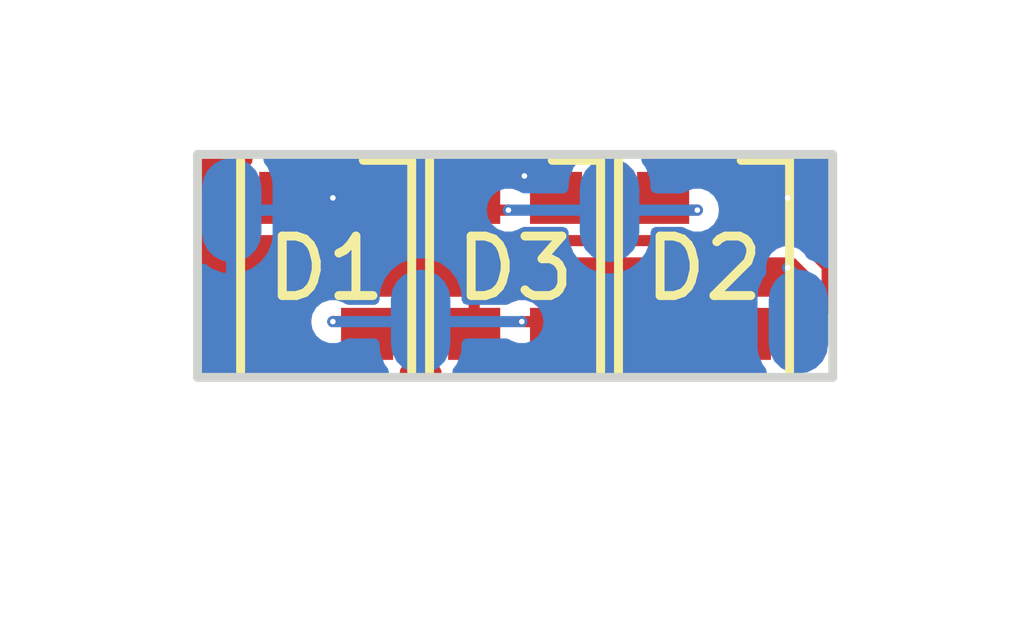
<source format=kicad_pcb>
(kicad_pcb (version 20221018) (generator pcbnew)
  (layers (0 "F.Cu" signal) (31 "B.Cu" signal) (34 "B.Paste" user) (35 "F.Paste" user) (36 "B.SilkS" user "B.Silkscreen") (37 "F.SilkS" user "F.Silkscreen") (38 "B.Mask" user) (39 "F.Mask" user) (44 "Edge.Cuts" user))
  (net 0 "")
  (net 1 "+5V")
  (net 2 "Net-(D1-DOUT)")
  (net 3 "GND")
  (net 4 "/DI")
  (net 5 "/DO")
  (footprint "LED_SMD:LED_WS2812B-2020_PLCC4_2.0x2.0mm" (layer "F.Cu") (at 47.46 50 -90)
    (fp_text reference "D1" (at 0.035 0) (layer "F.SilkS") (effects (font (size 0.8 0.8) (thickness 0.12))))
    (fp_text value "WS2812B")
    (fp_line (start -1.42 -1.15) (end -1.42 -0.5) (stroke (width 0.12)) (layer "F.SilkS"))
    (fp_line (start -1.42 -1.15) (end 1.42 -1.15) (stroke (width 0.12)) (layer "F.SilkS"))
    (fp_line (start -1.42 1.15) (end 1.42 1.15) (stroke (width 0.12)) (layer "F.SilkS"))
    (pad "1" smd rect (at -0.915 -0.55 270) (size 0.7 0.7) (layers "F.Cu" "F.Paste" "F.Mask") (net 1 "+5V"))
    (pad "2" smd rect (at -0.915 0.55 270) (size 0.7 0.7) (layers "F.Cu" "F.Paste" "F.Mask") (net 2 "Net-(D1-DOUT)"))
    (pad "3" smd rect (at 0.915 0.55 270) (size 0.7 0.7) (layers "F.Cu" "F.Paste" "F.Mask") (net 3 "GND"))
    (pad "4" smd rect (at 0.915 -0.55 270) (size 0.7 0.7) (layers "F.Cu" "F.Paste" "F.Mask") (net 4 "/DI"))
  )
  (footprint "AETTech_Library:PB86-XX-LEDCarrier" (layer "F.Cu") (at 50 50)
    (fp_text reference "J1" hide)
    (fp_text value "Conn_01x04_Pin")
    (fp_line (start -4.27 -1.5) (end -4.27 1.5) (stroke (width 0.12)) (layer "Edge.Cuts"))
    (fp_line (start 4.27 -1.5) (end -4.27 -1.5) (stroke (width 0.12)) (layer "Edge.Cuts"))
    (fp_line (start 4.27 -1.5) (end 4.27 1.5) (stroke (width 0.12)) (layer "Edge.Cuts"))
    (fp_line (start 4.27 1.5) (end -4.27 1.5) (stroke (width 0.12)) (layer "Edge.Cuts"))
    (pad "1" smd roundrect (at -3.81 -0.75) (size 0.8 1.4) (layers "B.Cu" "B.Paste" "B.Mask") (roundrect_rratio 0.5) (net 1 "+5V"))
    (pad "2" smd roundrect (at -1.27 0.75) (size 0.8 1.4) (layers "B.Cu" "B.Paste" "B.Mask") (roundrect_rratio 0.5) (net 4 "/DI"))
    (pad "3" smd roundrect (at 1.27 -0.75) (size 0.8 1.4) (layers "B.Cu" "B.Paste" "B.Mask") (roundrect_rratio 0.5) (net 5 "/DO"))
    (pad "4" smd roundrect (at 3.81 0.75) (size 0.8 1.4) (layers "B.Cu" "B.Paste" "B.Mask") (roundrect_rratio 0.5) (net 3 "GND"))
  )
  (footprint "LED_SMD:LED_WS2812B-2020_PLCC4_2.0x2.0mm" (layer "F.Cu") (at 52.54 50 -90)
    (fp_text reference "D2" (at 0.035 0) (layer "F.SilkS") (effects (font (size 0.8 0.8) (thickness 0.12))))
    (fp_text value "WS2812B")
    (fp_line (start -1.42 -1.15) (end -1.42 -0.5) (stroke (width 0.12)) (layer "F.SilkS"))
    (fp_line (start -1.42 -1.15) (end 1.42 -1.15) (stroke (width 0.12)) (layer "F.SilkS"))
    (fp_line (start -1.42 1.15) (end 1.42 1.15) (stroke (width 0.12)) (layer "F.SilkS"))
    (pad "1" smd rect (at -0.915 -0.55 270) (size 0.7 0.7) (layers "F.Cu" "F.Paste" "F.Mask") (net 1 "+5V"))
    (pad "2" smd rect (at -0.915 0.55 270) (size 0.7 0.7) (layers "F.Cu" "F.Paste" "F.Mask") (net 5 "/DO"))
    (pad "3" smd rect (at 0.915 0.55 270) (size 0.7 0.7) (layers "F.Cu" "F.Paste" "F.Mask") (net 3 "GND"))
    (pad "4" smd rect (at 0.915 -0.55 270) (size 0.7 0.7) (layers "F.Cu" "F.Paste" "F.Mask") (net 2 "Net-(D1-DOUT)"))
  )
  (footprint "LED_SMD:LED_WS2812B-2020_PLCC4_2.0x2.0mm" (layer "F.Cu") (at 50 50 -90)
    (fp_text reference "D3" (at 0.035 0) (layer "F.SilkS") (effects (font (size 0.8 0.8) (thickness 0.12))))
    (fp_text value "WS2812B")
    (fp_line (start -1.42 -1.15) (end -1.42 -0.5) (stroke (width 0.12)) (layer "F.SilkS"))
    (fp_line (start -1.42 -1.15) (end 1.42 -1.15) (stroke (width 0.12)) (layer "F.SilkS"))
    (fp_line (start -1.42 1.15) (end 1.42 1.15) (stroke (width 0.12)) (layer "F.SilkS"))
    (pad "1" smd rect (at -0.915 -0.55 270) (size 0.7 0.7) (layers "F.Cu" "F.Paste" "F.Mask") (net 1 "+5V"))
    (pad "2" smd rect (at -0.915 0.55 270) (size 0.7 0.7) (layers "F.Cu" "F.Paste" "F.Mask") (net 5 "/DO"))
    (pad "3" smd rect (at 0.915 0.55 270) (size 0.7 0.7) (layers "F.Cu" "F.Paste" "F.Mask") (net 3 "GND"))
    (pad "4" smd rect (at 0.915 -0.55 270) (size 0.7 0.7) (layers "F.Cu" "F.Paste" "F.Mask") (net 4 "/DI"))
  )
  (segment (start 53.665 49.085) (end 53.09 49.085) (width 0.15) (layer "F.Cu") (net 1))
  (segment (start 50.42 49.085) (end 50.125 48.79) (width 0.15) (layer "F.Cu") (net 1))
  (segment (start 50.55 49.085) (end 50.42 49.085) (width 0.15) (layer "F.Cu") (net 1))
  (segment (start 47.55 49.085) (end 48.01 49.085) (width 0.15) (layer "F.Cu") (net 1))
  (via (at 53.665 49.085) (size 0.15) (drill 0.075) (layers "F.Cu" "B.Cu") (net 1))
  (via (at 50.125 48.79) (size 0.15) (drill 0.075) (layers "F.Cu" "B.Cu") (net 1))
  (via (at 47.55 49.085) (size 0.15) (drill 0.075) (layers "F.Cu" "B.Cu") (net 1))
  (segment (start 53.845 49.66) (end 54.195 50.01) (width 0.15) (layer "F.Cu") (net 2))
  (segment (start 54.195 50.565) (end 53.845 50.915) (width 0.15) (layer "F.Cu") (net 2))
  (segment (start 47.485 49.66) (end 53.845 49.66) (width 0.15) (layer "F.Cu") (net 2))
  (segment (start 53.845 50.915) (end 53.09 50.915) (width 0.15) (layer "F.Cu") (net 2))
  (segment (start 46.91 49.085) (end 47.485 49.66) (width 0.15) (layer "F.Cu") (net 2))
  (segment (start 54.195 50.01) (end 54.195 50.565) (width 0.15) (layer "F.Cu") (net 2))
  (via (at 53.665 50.025) (size 0.15) (drill 0.075) (layers "F.Cu" "B.Cu") (net 3))
  (segment (start 53.81 50.17) (end 53.81 50.75) (width 0.15) (layer "B.Cu") (net 3))
  (segment (start 53.665 50.025) (end 53.81 50.17) (width 0.15) (layer "B.Cu") (net 3))
  (segment (start 47.55 50.75) (end 47.845 50.75) (width 0.15) (layer "F.Cu") (net 4))
  (segment (start 50.09 50.75) (end 50.385 50.75) (width 0.15) (layer "F.Cu") (net 4))
  (segment (start 47.845 50.75) (end 48.01 50.915) (width 0.15) (layer "F.Cu") (net 4))
  (segment (start 50.385 50.75) (end 50.55 50.915) (width 0.15) (layer "F.Cu") (net 4))
  (via (at 50.09 50.75) (size 0.15) (drill 0.075) (layers "F.Cu" "B.Cu") (net 4))
  (via (at 47.55 50.75) (size 0.15) (drill 0.075) (layers "F.Cu" "B.Cu") (net 4))
  (segment (start 50.09 50.75) (end 48.73 50.75) (width 0.15) (layer "B.Cu") (net 4))
  (segment (start 47.55 50.75) (end 48.73 50.75) (width 0.15) (layer "B.Cu") (net 4))
  (segment (start 52.45 49.25) (end 52.155 49.25) (width 0.15) (layer "F.Cu") (net 5))
  (segment (start 49.615 49.25) (end 49.45 49.085) (width 0.15) (layer "F.Cu") (net 5))
  (segment (start 49.91 49.25) (end 49.615 49.25) (width 0.15) (layer "F.Cu") (net 5))
  (segment (start 52.155 49.25) (end 51.99 49.085) (width 0.15) (layer "F.Cu") (net 5))
  (via (at 49.91 49.25) (size 0.15) (drill 0.075) (layers "F.Cu" "B.Cu") (net 5))
  (via (at 52.45 49.25) (size 0.15) (drill 0.075) (layers "F.Cu" "B.Cu") (net 5))
  (segment (start 52.45 49.25) (end 51.27 49.25) (width 0.15) (layer "B.Cu") (net 5))
  (segment (start 49.91 49.25) (end 51.27 49.25) (width 0.15) (layer "B.Cu") (net 5))
  (zone (net 3) (net_name "GND") (layer "F.Cu") (priority 1) (connect_pads (clearance 0.15)) (min_thickness 0.15) (fill yes (thermal_gap 0.15) (thermal_bridge_width 0.15) (smoothing fillet))
    (polygon (pts (xy 45.73 48.5) (xy 54.27 48.5) (xy 54.27 51.5) (xy 45.73 51.5)))
  )
  (zone (net 1) (net_name "+5V") (layer "B.Cu") (connect_pads (clearance 0.15)) (min_thickness 0.15) (fill yes (thermal_gap 0.15) (thermal_bridge_width 0.15) (smoothing fillet))
    (polygon (pts (xy 45.73 48.5) (xy 54.27 48.5) (xy 54.27 51.5) (xy 45.73 51.5)))
  )
)
</source>
